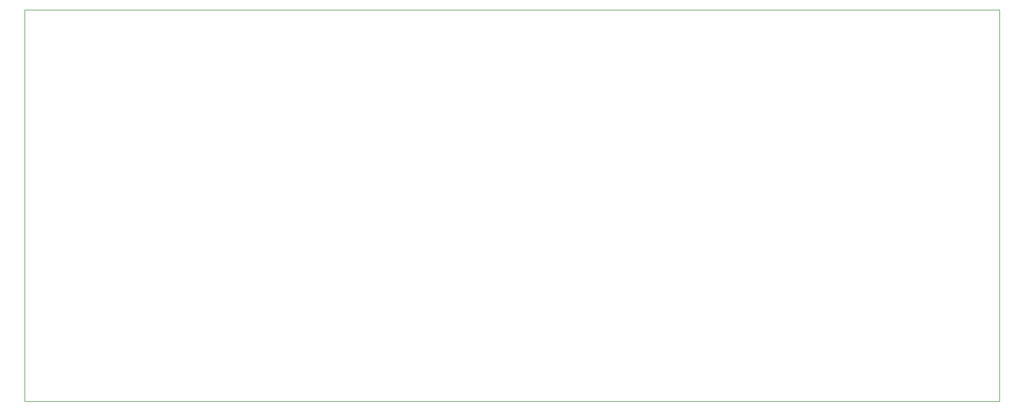
<source format=gbr>
G04 #@! TF.GenerationSoftware,KiCad,Pcbnew,(5.1.4)-1*
G04 #@! TF.CreationDate,2019-11-14T07:41:03-05:00*
G04 #@! TF.ProjectId,CapstoneSchematic,43617073-746f-46e6-9553-6368656d6174,rev?*
G04 #@! TF.SameCoordinates,Original*
G04 #@! TF.FileFunction,Profile,NP*
%FSLAX46Y46*%
G04 Gerber Fmt 4.6, Leading zero omitted, Abs format (unit mm)*
G04 Created by KiCad (PCBNEW (5.1.4)-1) date 2019-11-14 07:41:03*
%MOMM*%
%LPD*%
G04 APERTURE LIST*
%ADD10C,0.050000*%
G04 APERTURE END LIST*
D10*
X86360000Y-70010000D02*
X86360000Y-130810000D01*
X237490000Y-70010000D02*
X86360000Y-70010000D01*
X237490000Y-130810000D02*
X237490000Y-70010000D01*
X86360000Y-130810000D02*
X237490000Y-130810000D01*
M02*

</source>
